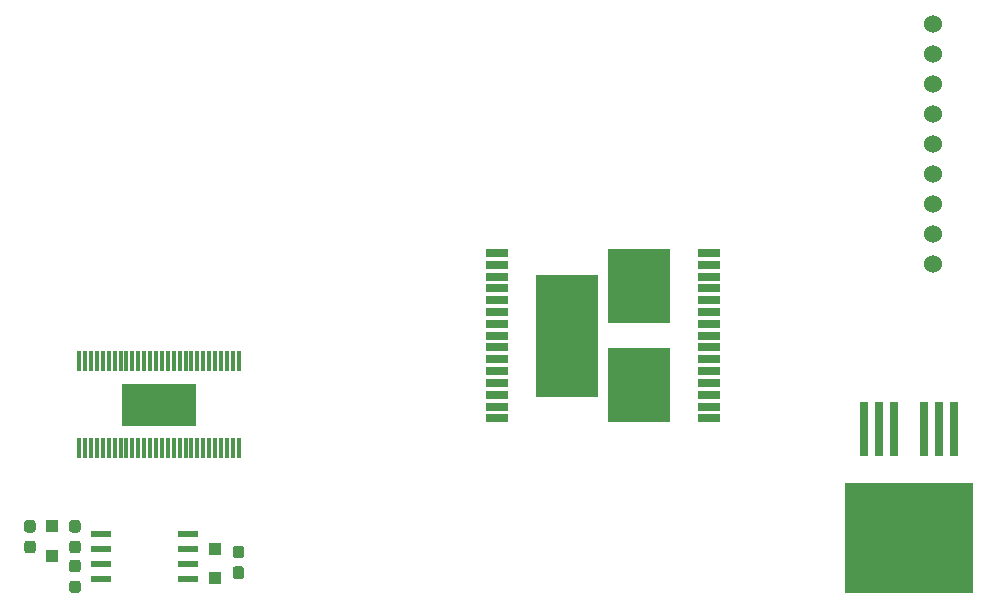
<source format=gbr>
G04 #@! TF.GenerationSoftware,KiCad,Pcbnew,(5.1.2)-1*
G04 #@! TF.CreationDate,2019-07-26T16:38:25-05:00*
G04 #@! TF.ProjectId,Austin_Christman_BIZ_Card,41757374-696e-45f4-9368-726973746d61,rev?*
G04 #@! TF.SameCoordinates,Original*
G04 #@! TF.FileFunction,Soldermask,Top*
G04 #@! TF.FilePolarity,Negative*
%FSLAX46Y46*%
G04 Gerber Fmt 4.6, Leading zero omitted, Abs format (unit mm)*
G04 Created by KiCad (PCBNEW (5.1.2)-1) date 2019-07-26 16:38:25*
%MOMM*%
%LPD*%
G04 APERTURE LIST*
%ADD10R,5.257800X6.223000*%
%ADD11R,5.257800X10.312400*%
%ADD12R,1.854200X0.635000*%
%ADD13R,6.350000X3.610000*%
%ADD14R,0.304800X1.676400*%
%ADD15R,0.800000X4.600000*%
%ADD16R,10.800000X9.400000*%
%ADD17R,1.000000X1.000000*%
%ADD18C,0.100000*%
%ADD19C,0.950000*%
%ADD20R,1.750000X0.550000*%
%ADD21C,1.524000*%
G04 APERTURE END LIST*
D10*
X160274000Y-104749600D03*
D11*
X154178000Y-100584000D03*
D10*
X160274000Y-96418400D03*
D12*
X166230300Y-93583999D03*
X166230300Y-94583999D03*
X166230300Y-95584000D03*
X166230300Y-96584000D03*
X166230300Y-97584001D03*
X166230300Y-98583999D03*
X166230300Y-99583999D03*
X166230300Y-100584000D03*
X166230300Y-101584001D03*
X166230300Y-102584001D03*
X166230300Y-103583999D03*
X166230300Y-104584000D03*
X166230300Y-105584000D03*
X166230300Y-106584001D03*
X166230300Y-107583999D03*
X148221700Y-107584001D03*
X148221700Y-106584001D03*
X148221700Y-105584000D03*
X148221700Y-104584000D03*
X148221700Y-103583999D03*
X148221700Y-102584001D03*
X148221700Y-101584001D03*
X148221700Y-100584000D03*
X148221700Y-99583999D03*
X148221700Y-98583999D03*
X148221700Y-97584001D03*
X148221700Y-96584000D03*
X148221700Y-95584000D03*
X148221700Y-94583999D03*
X148221700Y-93584001D03*
D13*
X119634000Y-106426000D03*
D14*
X112884014Y-102755700D03*
X113384012Y-102755700D03*
X113884012Y-102755700D03*
X114384010Y-102755700D03*
X114884010Y-102755700D03*
X115384009Y-102755700D03*
X115884008Y-102755700D03*
X116384006Y-102755700D03*
X116884006Y-102755700D03*
X117384004Y-102755700D03*
X117884004Y-102755700D03*
X118384003Y-102755700D03*
X118884002Y-102755700D03*
X119384000Y-102755700D03*
X119884000Y-102755700D03*
X120383998Y-102755700D03*
X120883997Y-102755700D03*
X121383996Y-102755700D03*
X121883996Y-102755700D03*
X122383994Y-102755700D03*
X122883994Y-102755700D03*
X123383992Y-102755700D03*
X123883991Y-102755700D03*
X124383990Y-102755700D03*
X124883990Y-102755700D03*
X125383988Y-102755700D03*
X125883988Y-102755700D03*
X126383986Y-102755700D03*
X126383986Y-110096300D03*
X125883988Y-110096300D03*
X125383988Y-110096300D03*
X124883990Y-110096300D03*
X124383990Y-110096300D03*
X123883991Y-110096300D03*
X123383992Y-110096300D03*
X122883994Y-110096300D03*
X122383994Y-110096300D03*
X121883996Y-110096300D03*
X121383996Y-110096300D03*
X120883997Y-110096300D03*
X120383998Y-110096300D03*
X119884000Y-110096300D03*
X119384000Y-110096300D03*
X118884002Y-110096300D03*
X118384003Y-110096300D03*
X117884004Y-110096300D03*
X117384004Y-110096300D03*
X116884006Y-110096300D03*
X116384006Y-110096300D03*
X115884008Y-110096300D03*
X115384009Y-110096300D03*
X114884010Y-110096300D03*
X114384010Y-110096300D03*
X113884012Y-110096300D03*
X113384012Y-110096300D03*
X112884014Y-110096300D03*
D15*
X186944000Y-108525000D03*
X185674000Y-108525000D03*
X184404000Y-108525000D03*
X181864000Y-108525000D03*
X180594000Y-108525000D03*
X179324000Y-108525000D03*
D16*
X183134000Y-117675000D03*
D17*
X110617000Y-116713000D03*
X110617000Y-119213000D03*
X124396500Y-118618000D03*
X124396500Y-121118000D03*
D18*
G36*
X108972779Y-116203144D02*
G01*
X108995834Y-116206563D01*
X109018443Y-116212227D01*
X109040387Y-116220079D01*
X109061457Y-116230044D01*
X109081448Y-116242026D01*
X109100168Y-116255910D01*
X109117438Y-116271562D01*
X109133090Y-116288832D01*
X109146974Y-116307552D01*
X109158956Y-116327543D01*
X109168921Y-116348613D01*
X109176773Y-116370557D01*
X109182437Y-116393166D01*
X109185856Y-116416221D01*
X109187000Y-116439500D01*
X109187000Y-117014500D01*
X109185856Y-117037779D01*
X109182437Y-117060834D01*
X109176773Y-117083443D01*
X109168921Y-117105387D01*
X109158956Y-117126457D01*
X109146974Y-117146448D01*
X109133090Y-117165168D01*
X109117438Y-117182438D01*
X109100168Y-117198090D01*
X109081448Y-117211974D01*
X109061457Y-117223956D01*
X109040387Y-117233921D01*
X109018443Y-117241773D01*
X108995834Y-117247437D01*
X108972779Y-117250856D01*
X108949500Y-117252000D01*
X108474500Y-117252000D01*
X108451221Y-117250856D01*
X108428166Y-117247437D01*
X108405557Y-117241773D01*
X108383613Y-117233921D01*
X108362543Y-117223956D01*
X108342552Y-117211974D01*
X108323832Y-117198090D01*
X108306562Y-117182438D01*
X108290910Y-117165168D01*
X108277026Y-117146448D01*
X108265044Y-117126457D01*
X108255079Y-117105387D01*
X108247227Y-117083443D01*
X108241563Y-117060834D01*
X108238144Y-117037779D01*
X108237000Y-117014500D01*
X108237000Y-116439500D01*
X108238144Y-116416221D01*
X108241563Y-116393166D01*
X108247227Y-116370557D01*
X108255079Y-116348613D01*
X108265044Y-116327543D01*
X108277026Y-116307552D01*
X108290910Y-116288832D01*
X108306562Y-116271562D01*
X108323832Y-116255910D01*
X108342552Y-116242026D01*
X108362543Y-116230044D01*
X108383613Y-116220079D01*
X108405557Y-116212227D01*
X108428166Y-116206563D01*
X108451221Y-116203144D01*
X108474500Y-116202000D01*
X108949500Y-116202000D01*
X108972779Y-116203144D01*
X108972779Y-116203144D01*
G37*
D19*
X108712000Y-116727000D03*
D18*
G36*
X108972779Y-117953144D02*
G01*
X108995834Y-117956563D01*
X109018443Y-117962227D01*
X109040387Y-117970079D01*
X109061457Y-117980044D01*
X109081448Y-117992026D01*
X109100168Y-118005910D01*
X109117438Y-118021562D01*
X109133090Y-118038832D01*
X109146974Y-118057552D01*
X109158956Y-118077543D01*
X109168921Y-118098613D01*
X109176773Y-118120557D01*
X109182437Y-118143166D01*
X109185856Y-118166221D01*
X109187000Y-118189500D01*
X109187000Y-118764500D01*
X109185856Y-118787779D01*
X109182437Y-118810834D01*
X109176773Y-118833443D01*
X109168921Y-118855387D01*
X109158956Y-118876457D01*
X109146974Y-118896448D01*
X109133090Y-118915168D01*
X109117438Y-118932438D01*
X109100168Y-118948090D01*
X109081448Y-118961974D01*
X109061457Y-118973956D01*
X109040387Y-118983921D01*
X109018443Y-118991773D01*
X108995834Y-118997437D01*
X108972779Y-119000856D01*
X108949500Y-119002000D01*
X108474500Y-119002000D01*
X108451221Y-119000856D01*
X108428166Y-118997437D01*
X108405557Y-118991773D01*
X108383613Y-118983921D01*
X108362543Y-118973956D01*
X108342552Y-118961974D01*
X108323832Y-118948090D01*
X108306562Y-118932438D01*
X108290910Y-118915168D01*
X108277026Y-118896448D01*
X108265044Y-118876457D01*
X108255079Y-118855387D01*
X108247227Y-118833443D01*
X108241563Y-118810834D01*
X108238144Y-118787779D01*
X108237000Y-118764500D01*
X108237000Y-118189500D01*
X108238144Y-118166221D01*
X108241563Y-118143166D01*
X108247227Y-118120557D01*
X108255079Y-118098613D01*
X108265044Y-118077543D01*
X108277026Y-118057552D01*
X108290910Y-118038832D01*
X108306562Y-118021562D01*
X108323832Y-118005910D01*
X108342552Y-117992026D01*
X108362543Y-117980044D01*
X108383613Y-117970079D01*
X108405557Y-117962227D01*
X108428166Y-117956563D01*
X108451221Y-117953144D01*
X108474500Y-117952000D01*
X108949500Y-117952000D01*
X108972779Y-117953144D01*
X108972779Y-117953144D01*
G37*
D19*
X108712000Y-118477000D03*
D18*
G36*
X112782779Y-116203144D02*
G01*
X112805834Y-116206563D01*
X112828443Y-116212227D01*
X112850387Y-116220079D01*
X112871457Y-116230044D01*
X112891448Y-116242026D01*
X112910168Y-116255910D01*
X112927438Y-116271562D01*
X112943090Y-116288832D01*
X112956974Y-116307552D01*
X112968956Y-116327543D01*
X112978921Y-116348613D01*
X112986773Y-116370557D01*
X112992437Y-116393166D01*
X112995856Y-116416221D01*
X112997000Y-116439500D01*
X112997000Y-117014500D01*
X112995856Y-117037779D01*
X112992437Y-117060834D01*
X112986773Y-117083443D01*
X112978921Y-117105387D01*
X112968956Y-117126457D01*
X112956974Y-117146448D01*
X112943090Y-117165168D01*
X112927438Y-117182438D01*
X112910168Y-117198090D01*
X112891448Y-117211974D01*
X112871457Y-117223956D01*
X112850387Y-117233921D01*
X112828443Y-117241773D01*
X112805834Y-117247437D01*
X112782779Y-117250856D01*
X112759500Y-117252000D01*
X112284500Y-117252000D01*
X112261221Y-117250856D01*
X112238166Y-117247437D01*
X112215557Y-117241773D01*
X112193613Y-117233921D01*
X112172543Y-117223956D01*
X112152552Y-117211974D01*
X112133832Y-117198090D01*
X112116562Y-117182438D01*
X112100910Y-117165168D01*
X112087026Y-117146448D01*
X112075044Y-117126457D01*
X112065079Y-117105387D01*
X112057227Y-117083443D01*
X112051563Y-117060834D01*
X112048144Y-117037779D01*
X112047000Y-117014500D01*
X112047000Y-116439500D01*
X112048144Y-116416221D01*
X112051563Y-116393166D01*
X112057227Y-116370557D01*
X112065079Y-116348613D01*
X112075044Y-116327543D01*
X112087026Y-116307552D01*
X112100910Y-116288832D01*
X112116562Y-116271562D01*
X112133832Y-116255910D01*
X112152552Y-116242026D01*
X112172543Y-116230044D01*
X112193613Y-116220079D01*
X112215557Y-116212227D01*
X112238166Y-116206563D01*
X112261221Y-116203144D01*
X112284500Y-116202000D01*
X112759500Y-116202000D01*
X112782779Y-116203144D01*
X112782779Y-116203144D01*
G37*
D19*
X112522000Y-116727000D03*
D18*
G36*
X112782779Y-117953144D02*
G01*
X112805834Y-117956563D01*
X112828443Y-117962227D01*
X112850387Y-117970079D01*
X112871457Y-117980044D01*
X112891448Y-117992026D01*
X112910168Y-118005910D01*
X112927438Y-118021562D01*
X112943090Y-118038832D01*
X112956974Y-118057552D01*
X112968956Y-118077543D01*
X112978921Y-118098613D01*
X112986773Y-118120557D01*
X112992437Y-118143166D01*
X112995856Y-118166221D01*
X112997000Y-118189500D01*
X112997000Y-118764500D01*
X112995856Y-118787779D01*
X112992437Y-118810834D01*
X112986773Y-118833443D01*
X112978921Y-118855387D01*
X112968956Y-118876457D01*
X112956974Y-118896448D01*
X112943090Y-118915168D01*
X112927438Y-118932438D01*
X112910168Y-118948090D01*
X112891448Y-118961974D01*
X112871457Y-118973956D01*
X112850387Y-118983921D01*
X112828443Y-118991773D01*
X112805834Y-118997437D01*
X112782779Y-119000856D01*
X112759500Y-119002000D01*
X112284500Y-119002000D01*
X112261221Y-119000856D01*
X112238166Y-118997437D01*
X112215557Y-118991773D01*
X112193613Y-118983921D01*
X112172543Y-118973956D01*
X112152552Y-118961974D01*
X112133832Y-118948090D01*
X112116562Y-118932438D01*
X112100910Y-118915168D01*
X112087026Y-118896448D01*
X112075044Y-118876457D01*
X112065079Y-118855387D01*
X112057227Y-118833443D01*
X112051563Y-118810834D01*
X112048144Y-118787779D01*
X112047000Y-118764500D01*
X112047000Y-118189500D01*
X112048144Y-118166221D01*
X112051563Y-118143166D01*
X112057227Y-118120557D01*
X112065079Y-118098613D01*
X112075044Y-118077543D01*
X112087026Y-118057552D01*
X112100910Y-118038832D01*
X112116562Y-118021562D01*
X112133832Y-118005910D01*
X112152552Y-117992026D01*
X112172543Y-117980044D01*
X112193613Y-117970079D01*
X112215557Y-117962227D01*
X112238166Y-117956563D01*
X112261221Y-117953144D01*
X112284500Y-117952000D01*
X112759500Y-117952000D01*
X112782779Y-117953144D01*
X112782779Y-117953144D01*
G37*
D19*
X112522000Y-118477000D03*
D18*
G36*
X126625779Y-118376144D02*
G01*
X126648834Y-118379563D01*
X126671443Y-118385227D01*
X126693387Y-118393079D01*
X126714457Y-118403044D01*
X126734448Y-118415026D01*
X126753168Y-118428910D01*
X126770438Y-118444562D01*
X126786090Y-118461832D01*
X126799974Y-118480552D01*
X126811956Y-118500543D01*
X126821921Y-118521613D01*
X126829773Y-118543557D01*
X126835437Y-118566166D01*
X126838856Y-118589221D01*
X126840000Y-118612500D01*
X126840000Y-119187500D01*
X126838856Y-119210779D01*
X126835437Y-119233834D01*
X126829773Y-119256443D01*
X126821921Y-119278387D01*
X126811956Y-119299457D01*
X126799974Y-119319448D01*
X126786090Y-119338168D01*
X126770438Y-119355438D01*
X126753168Y-119371090D01*
X126734448Y-119384974D01*
X126714457Y-119396956D01*
X126693387Y-119406921D01*
X126671443Y-119414773D01*
X126648834Y-119420437D01*
X126625779Y-119423856D01*
X126602500Y-119425000D01*
X126127500Y-119425000D01*
X126104221Y-119423856D01*
X126081166Y-119420437D01*
X126058557Y-119414773D01*
X126036613Y-119406921D01*
X126015543Y-119396956D01*
X125995552Y-119384974D01*
X125976832Y-119371090D01*
X125959562Y-119355438D01*
X125943910Y-119338168D01*
X125930026Y-119319448D01*
X125918044Y-119299457D01*
X125908079Y-119278387D01*
X125900227Y-119256443D01*
X125894563Y-119233834D01*
X125891144Y-119210779D01*
X125890000Y-119187500D01*
X125890000Y-118612500D01*
X125891144Y-118589221D01*
X125894563Y-118566166D01*
X125900227Y-118543557D01*
X125908079Y-118521613D01*
X125918044Y-118500543D01*
X125930026Y-118480552D01*
X125943910Y-118461832D01*
X125959562Y-118444562D01*
X125976832Y-118428910D01*
X125995552Y-118415026D01*
X126015543Y-118403044D01*
X126036613Y-118393079D01*
X126058557Y-118385227D01*
X126081166Y-118379563D01*
X126104221Y-118376144D01*
X126127500Y-118375000D01*
X126602500Y-118375000D01*
X126625779Y-118376144D01*
X126625779Y-118376144D01*
G37*
D19*
X126365000Y-118900000D03*
D18*
G36*
X126625779Y-120126144D02*
G01*
X126648834Y-120129563D01*
X126671443Y-120135227D01*
X126693387Y-120143079D01*
X126714457Y-120153044D01*
X126734448Y-120165026D01*
X126753168Y-120178910D01*
X126770438Y-120194562D01*
X126786090Y-120211832D01*
X126799974Y-120230552D01*
X126811956Y-120250543D01*
X126821921Y-120271613D01*
X126829773Y-120293557D01*
X126835437Y-120316166D01*
X126838856Y-120339221D01*
X126840000Y-120362500D01*
X126840000Y-120937500D01*
X126838856Y-120960779D01*
X126835437Y-120983834D01*
X126829773Y-121006443D01*
X126821921Y-121028387D01*
X126811956Y-121049457D01*
X126799974Y-121069448D01*
X126786090Y-121088168D01*
X126770438Y-121105438D01*
X126753168Y-121121090D01*
X126734448Y-121134974D01*
X126714457Y-121146956D01*
X126693387Y-121156921D01*
X126671443Y-121164773D01*
X126648834Y-121170437D01*
X126625779Y-121173856D01*
X126602500Y-121175000D01*
X126127500Y-121175000D01*
X126104221Y-121173856D01*
X126081166Y-121170437D01*
X126058557Y-121164773D01*
X126036613Y-121156921D01*
X126015543Y-121146956D01*
X125995552Y-121134974D01*
X125976832Y-121121090D01*
X125959562Y-121105438D01*
X125943910Y-121088168D01*
X125930026Y-121069448D01*
X125918044Y-121049457D01*
X125908079Y-121028387D01*
X125900227Y-121006443D01*
X125894563Y-120983834D01*
X125891144Y-120960779D01*
X125890000Y-120937500D01*
X125890000Y-120362500D01*
X125891144Y-120339221D01*
X125894563Y-120316166D01*
X125900227Y-120293557D01*
X125908079Y-120271613D01*
X125918044Y-120250543D01*
X125930026Y-120230552D01*
X125943910Y-120211832D01*
X125959562Y-120194562D01*
X125976832Y-120178910D01*
X125995552Y-120165026D01*
X126015543Y-120153044D01*
X126036613Y-120143079D01*
X126058557Y-120135227D01*
X126081166Y-120129563D01*
X126104221Y-120126144D01*
X126127500Y-120125000D01*
X126602500Y-120125000D01*
X126625779Y-120126144D01*
X126625779Y-120126144D01*
G37*
D19*
X126365000Y-120650000D03*
D20*
X122127500Y-121221500D03*
X122127500Y-119951500D03*
X122127500Y-118681500D03*
X122127500Y-117411500D03*
X114727500Y-117411500D03*
X114727500Y-118681500D03*
X114727500Y-119951500D03*
X114727500Y-121221500D03*
D18*
G36*
X112782779Y-119568644D02*
G01*
X112805834Y-119572063D01*
X112828443Y-119577727D01*
X112850387Y-119585579D01*
X112871457Y-119595544D01*
X112891448Y-119607526D01*
X112910168Y-119621410D01*
X112927438Y-119637062D01*
X112943090Y-119654332D01*
X112956974Y-119673052D01*
X112968956Y-119693043D01*
X112978921Y-119714113D01*
X112986773Y-119736057D01*
X112992437Y-119758666D01*
X112995856Y-119781721D01*
X112997000Y-119805000D01*
X112997000Y-120380000D01*
X112995856Y-120403279D01*
X112992437Y-120426334D01*
X112986773Y-120448943D01*
X112978921Y-120470887D01*
X112968956Y-120491957D01*
X112956974Y-120511948D01*
X112943090Y-120530668D01*
X112927438Y-120547938D01*
X112910168Y-120563590D01*
X112891448Y-120577474D01*
X112871457Y-120589456D01*
X112850387Y-120599421D01*
X112828443Y-120607273D01*
X112805834Y-120612937D01*
X112782779Y-120616356D01*
X112759500Y-120617500D01*
X112284500Y-120617500D01*
X112261221Y-120616356D01*
X112238166Y-120612937D01*
X112215557Y-120607273D01*
X112193613Y-120599421D01*
X112172543Y-120589456D01*
X112152552Y-120577474D01*
X112133832Y-120563590D01*
X112116562Y-120547938D01*
X112100910Y-120530668D01*
X112087026Y-120511948D01*
X112075044Y-120491957D01*
X112065079Y-120470887D01*
X112057227Y-120448943D01*
X112051563Y-120426334D01*
X112048144Y-120403279D01*
X112047000Y-120380000D01*
X112047000Y-119805000D01*
X112048144Y-119781721D01*
X112051563Y-119758666D01*
X112057227Y-119736057D01*
X112065079Y-119714113D01*
X112075044Y-119693043D01*
X112087026Y-119673052D01*
X112100910Y-119654332D01*
X112116562Y-119637062D01*
X112133832Y-119621410D01*
X112152552Y-119607526D01*
X112172543Y-119595544D01*
X112193613Y-119585579D01*
X112215557Y-119577727D01*
X112238166Y-119572063D01*
X112261221Y-119568644D01*
X112284500Y-119567500D01*
X112759500Y-119567500D01*
X112782779Y-119568644D01*
X112782779Y-119568644D01*
G37*
D19*
X112522000Y-120092500D03*
D18*
G36*
X112782779Y-121318644D02*
G01*
X112805834Y-121322063D01*
X112828443Y-121327727D01*
X112850387Y-121335579D01*
X112871457Y-121345544D01*
X112891448Y-121357526D01*
X112910168Y-121371410D01*
X112927438Y-121387062D01*
X112943090Y-121404332D01*
X112956974Y-121423052D01*
X112968956Y-121443043D01*
X112978921Y-121464113D01*
X112986773Y-121486057D01*
X112992437Y-121508666D01*
X112995856Y-121531721D01*
X112997000Y-121555000D01*
X112997000Y-122130000D01*
X112995856Y-122153279D01*
X112992437Y-122176334D01*
X112986773Y-122198943D01*
X112978921Y-122220887D01*
X112968956Y-122241957D01*
X112956974Y-122261948D01*
X112943090Y-122280668D01*
X112927438Y-122297938D01*
X112910168Y-122313590D01*
X112891448Y-122327474D01*
X112871457Y-122339456D01*
X112850387Y-122349421D01*
X112828443Y-122357273D01*
X112805834Y-122362937D01*
X112782779Y-122366356D01*
X112759500Y-122367500D01*
X112284500Y-122367500D01*
X112261221Y-122366356D01*
X112238166Y-122362937D01*
X112215557Y-122357273D01*
X112193613Y-122349421D01*
X112172543Y-122339456D01*
X112152552Y-122327474D01*
X112133832Y-122313590D01*
X112116562Y-122297938D01*
X112100910Y-122280668D01*
X112087026Y-122261948D01*
X112075044Y-122241957D01*
X112065079Y-122220887D01*
X112057227Y-122198943D01*
X112051563Y-122176334D01*
X112048144Y-122153279D01*
X112047000Y-122130000D01*
X112047000Y-121555000D01*
X112048144Y-121531721D01*
X112051563Y-121508666D01*
X112057227Y-121486057D01*
X112065079Y-121464113D01*
X112075044Y-121443043D01*
X112087026Y-121423052D01*
X112100910Y-121404332D01*
X112116562Y-121387062D01*
X112133832Y-121371410D01*
X112152552Y-121357526D01*
X112172543Y-121345544D01*
X112193613Y-121335579D01*
X112215557Y-121327727D01*
X112238166Y-121322063D01*
X112261221Y-121318644D01*
X112284500Y-121317500D01*
X112759500Y-121317500D01*
X112782779Y-121318644D01*
X112782779Y-121318644D01*
G37*
D19*
X112522000Y-121842500D03*
D21*
X185166000Y-94488000D03*
X185166000Y-91948000D03*
X185166000Y-89408000D03*
X185166000Y-86868000D03*
X185166000Y-84328000D03*
X185166000Y-81788000D03*
X185166000Y-79248000D03*
X185166000Y-76708000D03*
X185166000Y-74168000D03*
M02*

</source>
